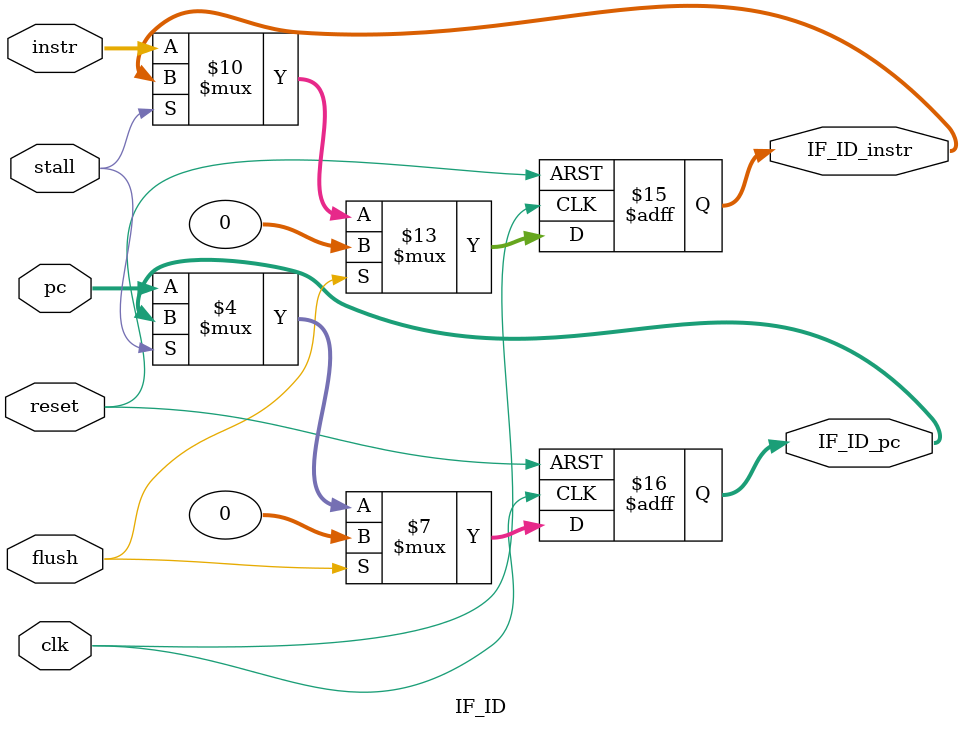
<source format=sv>
module IF_ID (
    input  logic        clk,
    input  logic        reset,
    input  logic        stall,   
    input  logic        flush,   
    input  logic [31:0] instr,
    input  logic [31:0] pc,
    output logic [31:0] IF_ID_instr,
    output logic [31:0] IF_ID_pc
);

always @(posedge clk or posedge reset) begin
    if (reset) begin
        IF_ID_instr <= 32'b0;
        IF_ID_pc    <= 32'b0;
    end
    else if (flush) begin
        IF_ID_instr <= 32'b0;
        IF_ID_pc    <= 32'b0;
    end
    else if (!stall) begin
        IF_ID_instr <= instr;
        IF_ID_pc    <= pc;
    end
    else begin
        IF_ID_instr <= IF_ID_instr;
        IF_ID_pc    <= IF_ID_pc;
    end
end
endmodule

</source>
